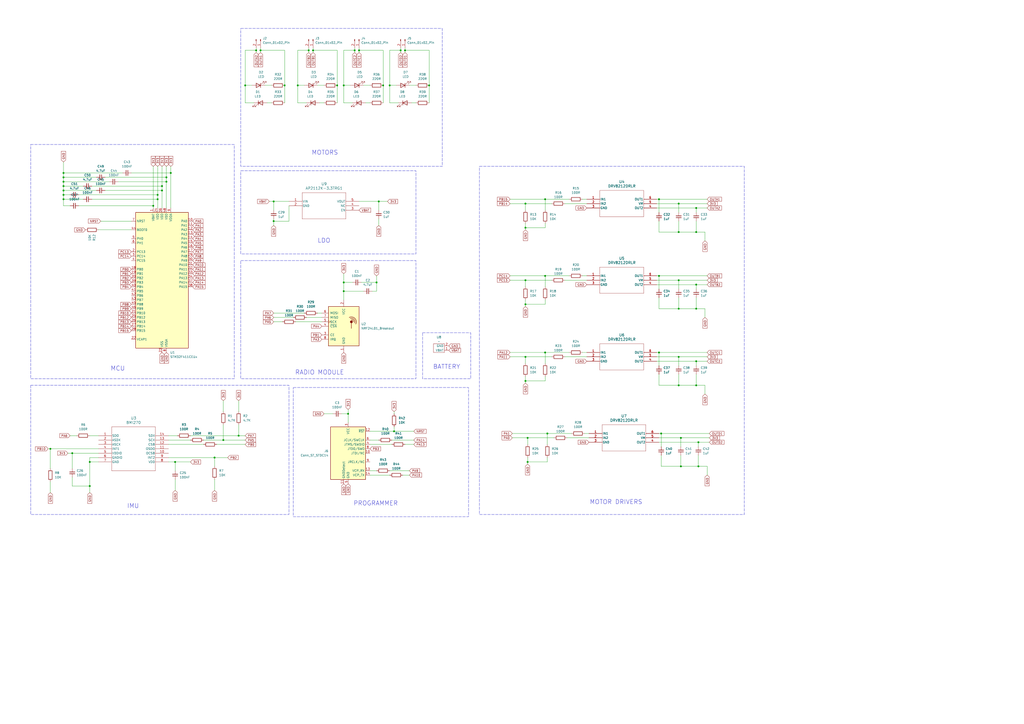
<source format=kicad_sch>
(kicad_sch (version 20231120) (generator "eeschema") (generator_version "8.0")
  (paper "A2")
  (junction (at 36.83 102.87))
  (junction (at 158.75 128.27))
  (junction (at 199.39 163.83))
  (junction (at 222.25 49.53))
  (junction (at 199.39 168.91))
  (junction (at 403.86 179.07))
  (junction (at 403.86 165.1))
  (junction (at 383.54 251.46))
  (junction (at 304.8 118.11))
  (junction (at 101.6 267.97))
  (junction (at 91.44 115.57))
  (junction (at 36.83 105.41))
  (junction (at 316.23 115.57))
  (junction (at 205.74 29.21))
  (junction (at 96.52 105.41))
  (junction (at 393.7 118.11))
  (junction (at 403.86 120.65))
  (junction (at 52.07 267.97))
  (junction (at 52.07 281.94))
  (junction (at 138.43 252.73))
  (junction (at 181.61 29.21))
  (junction (at 306.07 254))
  (junction (at 403.86 223.52))
  (junction (at 91.44 113.03))
  (junction (at 99.06 100.33))
  (junction (at 148.59 29.21))
  (junction (at 232.41 29.21))
  (junction (at 29.21 260.35))
  (junction (at 179.07 29.21))
  (junction (at 151.13 29.21))
  (junction (at 201.93 240.03))
  (junction (at 93.98 110.49))
  (junction (at 316.23 160.02))
  (junction (at 124.46 265.43))
  (junction (at 382.27 115.57))
  (junction (at 172.72 49.53))
  (junction (at 316.23 204.47))
  (junction (at 393.7 179.07))
  (junction (at 36.83 115.57))
  (junction (at 403.86 134.62))
  (junction (at 199.39 49.53))
  (junction (at 403.86 209.55))
  (junction (at 129.54 255.27))
  (junction (at 317.5 251.46))
  (junction (at 165.1 49.53))
  (junction (at 36.83 107.95))
  (junction (at 393.7 134.62))
  (junction (at 158.75 116.84))
  (junction (at 234.95 29.21))
  (junction (at 219.71 116.84))
  (junction (at 382.27 204.47))
  (junction (at 304.8 220.98))
  (junction (at 393.7 207.01))
  (junction (at 306.07 267.97))
  (junction (at 195.58 49.53))
  (junction (at 218.44 163.83))
  (junction (at 405.13 270.51))
  (junction (at 304.8 132.08))
  (junction (at 228.6 250.19))
  (junction (at 405.13 256.54))
  (junction (at 96.52 102.87))
  (junction (at 93.98 107.95))
  (junction (at 304.8 162.56))
  (junction (at 304.8 176.53))
  (junction (at 304.8 207.01))
  (junction (at 88.9 119.38))
  (junction (at 36.83 110.49))
  (junction (at 41.91 262.89))
  (junction (at 394.97 254))
  (junction (at 226.06 49.53))
  (junction (at 394.97 270.51))
  (junction (at 36.83 113.03))
  (junction (at 36.83 100.33))
  (junction (at 208.28 29.21))
  (junction (at 382.27 160.02))
  (junction (at 248.92 49.53))
  (junction (at 393.7 162.56))
  (junction (at 393.7 223.52))
  (junction (at 142.24 49.53))
  (wire (pts (xy 179.07 29.21) (xy 179.07 27.94)))
  (wire (pts (xy 36.83 115.57) (xy 48.26 115.57)))
  (wire (pts (xy 39.37 262.89) (xy 41.91 262.89)))
  (wire (pts (xy 337.82 204.47) (xy 340.36 204.47)))
  (wire (pts (xy 58.42 128.27) (xy 76.2 128.27)))
  (wire (pts (xy 97.79 255.27) (xy 110.49 255.27)))
  (wire (pts (xy 304.8 207.01) (xy 320.04 207.01)))
  (wire (pts (xy 317.5 251.46) (xy 331.47 251.46)))
  (wire (pts (xy 96.52 102.87) (xy 96.52 105.41)))
  (wire (pts (xy 295.91 207.01) (xy 304.8 207.01)))
  (wire (pts (xy 27.94 260.35) (xy 29.21 260.35)))
  (wire (pts (xy 29.21 260.35) (xy 29.21 271.78)))
  (wire (pts (xy 199.39 49.53) (xy 199.39 29.21)))
  (wire (pts (xy 96.52 105.41) (xy 96.52 120.65)))
  (wire (pts (xy 393.7 162.56) (xy 410.21 162.56)))
  (wire (pts (xy 232.41 30.48) (xy 232.41 29.21)))
  (wire (pts (xy 248.92 49.53) (xy 248.92 59.69)))
  (wire (pts (xy 40.64 252.73) (xy 44.45 252.73)))
  (wire (pts (xy 36.83 102.87) (xy 36.83 105.41)))
  (wire (pts (xy 393.7 128.27) (xy 393.7 134.62)))
  (wire (pts (xy 129.54 255.27) (xy 142.24 255.27)))
  (wire (pts (xy 167.64 128.27) (xy 158.75 128.27)))
  (wire (pts (xy 306.07 257.81) (xy 306.07 254)))
  (wire (pts (xy 53.34 107.95) (xy 93.98 107.95)))
  (wire (pts (xy 138.43 246.38) (xy 138.43 252.73)))
  (wire (pts (xy 97.79 267.97) (xy 101.6 267.97)))
  (wire (pts (xy 36.83 100.33) (xy 36.83 102.87)))
  (wire (pts (xy 295.91 115.57) (xy 316.23 115.57)))
  (wire (pts (xy 382.27 115.57) (xy 382.27 123.19)))
  (wire (pts (xy 234.95 257.81) (xy 240.03 257.81)))
  (wire (pts (xy 97.79 252.73) (xy 102.87 252.73)))
  (wire (pts (xy 226.06 273.05) (xy 237.49 273.05)))
  (wire (pts (xy 382.27 128.27) (xy 382.27 134.62)))
  (wire (pts (xy 52.07 252.73) (xy 57.15 252.73)))
  (wire (pts (xy 101.6 278.13) (xy 101.6 284.48)))
  (wire (pts (xy 403.86 120.65) (xy 410.21 120.65)))
  (wire (pts (xy 233.68 275.59) (xy 237.49 275.59)))
  (wire (pts (xy 316.23 115.57) (xy 330.2 115.57)))
  (wire (pts (xy 208.28 116.84) (xy 219.71 116.84)))
  (wire (pts (xy 317.5 251.46) (xy 317.5 257.81)))
  (wire (pts (xy 199.39 168.91) (xy 210.82 168.91)))
  (wire (pts (xy 214.63 250.19) (xy 228.6 250.19)))
  (wire (pts (xy 29.21 279.4) (xy 29.21 285.75)))
  (wire (pts (xy 304.8 121.92) (xy 304.8 118.11)))
  (wire (pts (xy 393.7 118.11) (xy 410.21 118.11)))
  (wire (pts (xy 215.9 168.91) (xy 218.44 168.91)))
  (wire (pts (xy 382.27 217.17) (xy 382.27 223.52)))
  (wire (pts (xy 403.86 209.55) (xy 410.21 209.55)))
  (wire (pts (xy 172.72 49.53) (xy 172.72 59.69)))
  (wire (pts (xy 228.6 247.65) (xy 228.6 250.19)))
  (wire (pts (xy 181.61 30.48) (xy 181.61 29.21)))
  (wire (pts (xy 222.25 49.53) (xy 222.25 59.69)))
  (wire (pts (xy 158.75 116.84) (xy 158.75 121.92)))
  (wire (pts (xy 306.07 265.43) (xy 306.07 267.97)))
  (wire (pts (xy 382.27 160.02) (xy 381 160.02)))
  (wire (pts (xy 208.28 29.21) (xy 208.28 27.94)))
  (wire (pts (xy 209.55 163.83) (xy 218.44 163.83)))
  (wire (pts (xy 146.05 49.53) (xy 142.24 49.53)))
  (wire (pts (xy 304.8 218.44) (xy 304.8 220.98)))
  (wire (pts (xy 408.94 179.07) (xy 408.94 184.15)))
  (wire (pts (xy 165.1 49.53) (xy 165.1 59.69)))
  (wire (pts (xy 179.07 30.48) (xy 179.07 29.21)))
  (wire (pts (xy 410.21 270.51) (xy 410.21 275.59)))
  (wire (pts (xy 219.71 116.84) (xy 219.71 121.92)))
  (wire (pts (xy 316.23 129.54) (xy 316.23 132.08)))
  (wire (pts (xy 36.83 110.49) (xy 36.83 113.03)))
  (wire (pts (xy 393.7 217.17) (xy 393.7 223.52)))
  (wire (pts (xy 57.15 267.97) (xy 52.07 267.97)))
  (wire (pts (xy 337.82 115.57) (xy 340.36 115.57)))
  (wire (pts (xy 142.24 49.53) (xy 142.24 29.21)))
  (wire (pts (xy 327.66 118.11) (xy 340.36 118.11)))
  (wire (pts (xy 181.61 29.21) (xy 195.58 29.21)))
  (wire (pts (xy 410.21 160.02) (xy 382.27 160.02)))
  (wire (pts (xy 201.93 237.49) (xy 201.93 240.03)))
  (wire (pts (xy 124.46 265.43) (xy 124.46 270.51)))
  (wire (pts (xy 304.8 220.98) (xy 304.8 222.25)))
  (wire (pts (xy 53.34 115.57) (xy 91.44 115.57)))
  (wire (pts (xy 45.72 119.38) (xy 88.9 119.38)))
  (wire (pts (xy 393.7 118.11) (xy 393.7 123.19)))
  (wire (pts (xy 142.24 29.21) (xy 148.59 29.21)))
  (wire (pts (xy 219.71 116.84) (xy 224.79 116.84)))
  (wire (pts (xy 177.8 184.15) (xy 186.69 184.15)))
  (wire (pts (xy 304.8 129.54) (xy 304.8 132.08)))
  (wire (pts (xy 41.91 262.89) (xy 41.91 271.78)))
  (wire (pts (xy 60.96 102.87) (xy 96.52 102.87)))
  (wire (pts (xy 36.83 105.41) (xy 36.83 107.95)))
  (wire (pts (xy 36.83 102.87) (xy 55.88 102.87)))
  (wire (pts (xy 129.54 232.41) (xy 129.54 238.76)))
  (wire (pts (xy 306.07 254) (xy 321.31 254)))
  (wire (pts (xy 316.23 173.99) (xy 316.23 176.53)))
  (wire (pts (xy 304.8 173.99) (xy 304.8 176.53)))
  (wire (pts (xy 227.33 255.27) (xy 240.03 255.27)))
  (wire (pts (xy 226.06 49.53) (xy 226.06 59.69)))
  (wire (pts (xy 125.73 257.81) (xy 142.24 257.81)))
  (wire (pts (xy 142.24 49.53) (xy 142.24 59.69)))
  (wire (pts (xy 295.91 160.02) (xy 316.23 160.02)))
  (wire (pts (xy 316.23 132.08) (xy 304.8 132.08)))
  (wire (pts (xy 171.45 186.69) (xy 186.69 186.69)))
  (wire (pts (xy 40.64 119.38) (xy 36.83 119.38)))
  (wire (pts (xy 327.66 162.56) (xy 340.36 162.56)))
  (wire (pts (xy 381 162.56) (xy 393.7 162.56)))
  (wire (pts (xy 205.74 29.21) (xy 205.74 27.94)))
  (wire (pts (xy 199.39 163.83) (xy 204.47 163.83)))
  (wire (pts (xy 91.44 113.03) (xy 91.44 115.57)))
  (wire (pts (xy 96.52 96.52) (xy 96.52 102.87)))
  (wire (pts (xy 88.9 96.52) (xy 88.9 119.38)))
  (wire (pts (xy 316.23 160.02) (xy 316.23 166.37)))
  (wire (pts (xy 405.13 264.16) (xy 405.13 270.51)))
  (wire (pts (xy 297.18 254) (xy 306.07 254)))
  (wire (pts (xy 381 165.1) (xy 403.86 165.1)))
  (wire (pts (xy 138.43 232.41) (xy 138.43 238.76)))
  (wire (pts (xy 57.15 133.35) (xy 76.2 133.35)))
  (wire (pts (xy 91.44 96.52) (xy 91.44 113.03)))
  (wire (pts (xy 148.59 30.48) (xy 148.59 29.21)))
  (wire (pts (xy 99.06 100.33) (xy 99.06 120.65)))
  (wire (pts (xy 226.06 29.21) (xy 232.41 29.21)))
  (wire (pts (xy 295.91 162.56) (xy 304.8 162.56)))
  (wire (pts (xy 101.6 267.97) (xy 101.6 273.05)))
  (wire (pts (xy 403.86 165.1) (xy 410.21 165.1)))
  (wire (pts (xy 393.7 179.07) (xy 403.86 179.07)))
  (wire (pts (xy 403.86 165.1) (xy 403.86 167.64)))
  (wire (pts (xy 403.86 134.62) (xy 408.94 134.62)))
  (wire (pts (xy 222.25 29.21) (xy 222.25 49.53)))
  (wire (pts (xy 124.46 265.43) (xy 97.79 265.43)))
  (wire (pts (xy 52.07 281.94) (xy 52.07 285.75)))
  (wire (pts (xy 88.9 119.38) (xy 88.9 120.65)))
  (wire (pts (xy 232.41 29.21) (xy 232.41 27.94)))
  (wire (pts (xy 185.42 59.69) (xy 187.96 59.69)))
  (wire (pts (xy 238.76 59.69) (xy 241.3 59.69)))
  (wire (pts (xy 316.23 218.44) (xy 316.23 220.98)))
  (wire (pts (xy 165.1 29.21) (xy 165.1 49.53)))
  (wire (pts (xy 226.06 49.53) (xy 226.06 29.21)))
  (wire (pts (xy 176.53 49.53) (xy 172.72 49.53)))
  (wire (pts (xy 382.27 223.52) (xy 393.7 223.52)))
  (wire (pts (xy 382.27 160.02) (xy 382.27 167.64)))
  (wire (pts (xy 158.75 128.27) (xy 158.75 130.81)))
  (wire (pts (xy 393.7 223.52) (xy 403.86 223.52)))
  (wire (pts (xy 68.58 105.41) (xy 96.52 105.41)))
  (wire (pts (xy 394.97 270.51) (xy 405.13 270.51)))
  (wire (pts (xy 60.96 110.49) (xy 93.98 110.49)))
  (wire (pts (xy 383.54 251.46) (xy 383.54 259.08)))
  (wire (pts (xy 93.98 96.52) (xy 93.98 107.95)))
  (wire (pts (xy 184.15 49.53) (xy 187.96 49.53)))
  (wire (pts (xy 382.27 134.62) (xy 393.7 134.62)))
  (wire (pts (xy 393.7 172.72) (xy 393.7 179.07)))
  (wire (pts (xy 382.27 179.07) (xy 393.7 179.07)))
  (wire (pts (xy 234.95 29.21) (xy 234.95 27.94)))
  (wire (pts (xy 36.83 107.95) (xy 48.26 107.95)))
  (wire (pts (xy 208.28 29.21) (xy 222.25 29.21)))
  (wire (pts (xy 36.83 93.98) (xy 36.83 100.33)))
  (wire (pts (xy 408.94 223.52) (xy 408.94 228.6)))
  (wire (pts (xy 248.92 29.21) (xy 248.92 49.53)))
  (wire (pts (xy 151.13 30.48) (xy 151.13 29.21)))
  (wire (pts (xy 36.83 115.57) (xy 36.83 119.38)))
  (wire (pts (xy 97.79 257.81) (xy 118.11 257.81)))
  (wire (pts (xy 36.83 113.03) (xy 36.83 115.57)))
  (wire (pts (xy 158.75 186.69) (xy 163.83 186.69)))
  (wire (pts (xy 403.86 172.72) (xy 403.86 179.07)))
  (wire (pts (xy 304.8 210.82) (xy 304.8 207.01)))
  (wire (pts (xy 198.12 240.03) (xy 201.93 240.03)))
  (wire (pts (xy 228.6 250.19) (xy 240.03 250.19)))
  (wire (pts (xy 214.63 275.59) (xy 226.06 275.59)))
  (wire (pts (xy 205.74 30.48) (xy 205.74 29.21)))
  (wire (pts (xy 327.66 207.01) (xy 340.36 207.01)))
  (wire (pts (xy 208.28 30.48) (xy 208.28 29.21)))
  (wire (pts (xy 403.86 120.65) (xy 403.86 123.19)))
  (wire (pts (xy 382.27 172.72) (xy 382.27 179.07)))
  (wire (pts (xy 394.97 254) (xy 411.48 254)))
  (wire (pts (xy 304.8 166.37) (xy 304.8 162.56)))
  (wire (pts (xy 382.27 204.47) (xy 382.27 212.09)))
  (wire (pts (xy 218.44 163.83) (xy 218.44 160.02)))
  (wire (pts (xy 403.86 223.52) (xy 408.94 223.52)))
  (wire (pts (xy 199.39 29.21) (xy 205.74 29.21)))
  (wire (pts (xy 226.06 59.69) (xy 231.14 59.69)))
  (wire (pts (xy 41.91 276.86) (xy 41.91 281.94)))
  (wire (pts (xy 199.39 49.53) (xy 199.39 59.69)))
  (wire (pts (xy 36.83 100.33) (xy 71.12 100.33)))
  (wire (pts (xy 408.94 134.62) (xy 408.94 139.7)))
  (wire (pts (xy 316.23 204.47) (xy 330.2 204.47)))
  (wire (pts (xy 405.13 270.51) (xy 410.21 270.51)))
  (wire (pts (xy 214.63 257.81) (xy 227.33 257.81)))
  (wire (pts (xy 383.54 251.46) (xy 382.27 251.46)))
  (wire (pts (xy 304.8 176.53) (xy 304.8 177.8)))
  (wire (pts (xy 382.27 256.54) (xy 405.13 256.54)))
  (wire (pts (xy 393.7 207.01) (xy 393.7 212.09)))
  (wire (pts (xy 138.43 252.73) (xy 142.24 252.73)))
  (wire (pts (xy 304.8 162.56) (xy 320.04 162.56)))
  (wire (pts (xy 36.83 110.49) (xy 55.88 110.49)))
  (wire (pts (xy 229.87 49.53) (xy 226.06 49.53)))
  (wire (pts (xy 41.91 262.89) (xy 57.15 262.89)))
  (wire (pts (xy 36.83 107.95) (xy 36.83 110.49)))
  (wire (pts (xy 172.72 49.53) (xy 172.72 29.21)))
  (wire (pts (xy 393.7 207.01) (xy 410.21 207.01)))
  (wire (pts (xy 214.63 273.05) (xy 218.44 273.05)))
  (wire (pts (xy 382.27 254) (xy 394.97 254)))
  (wire (pts (xy 316.23 204.47) (xy 316.23 210.82)))
  (wire (pts (xy 393.7 134.62) (xy 403.86 134.62)))
  (wire (pts (xy 201.93 240.03) (xy 201.93 245.11)))
  (wire (pts (xy 52.07 265.43) (xy 52.07 267.97)))
  (wire (pts (xy 381 207.01) (xy 393.7 207.01)))
  (wire (pts (xy 403.86 179.07) (xy 408.94 179.07)))
  (wire (pts (xy 148.59 29.21) (xy 148.59 27.94)))
  (wire (pts (xy 181.61 29.21) (xy 181.61 27.94)))
  (wire (pts (xy 76.2 100.33) (xy 99.06 100.33)))
  (wire (pts (xy 118.11 255.27) (xy 129.54 255.27)))
  (wire (pts (xy 382.27 204.47) (xy 381 204.47)))
  (wire (pts (xy 151.13 29.21) (xy 151.13 27.94)))
  (wire (pts (xy 403.86 128.27) (xy 403.86 134.62)))
  (wire (pts (xy 153.67 49.53) (xy 157.48 49.53)))
  (wire (pts (xy 383.54 270.51) (xy 394.97 270.51)))
  (wire (pts (xy 57.15 265.43) (xy 52.07 265.43)))
  (wire (pts (xy 212.09 59.69) (xy 214.63 59.69)))
  (wire (pts (xy 218.44 168.91) (xy 218.44 163.83)))
  (wire (pts (xy 237.49 49.53) (xy 241.3 49.53)))
  (wire (pts (xy 110.49 252.73) (xy 138.43 252.73)))
  (wire (pts (xy 52.07 267.97) (xy 52.07 281.94)))
  (wire (pts (xy 36.83 113.03) (xy 40.64 113.03)))
  (wire (pts (xy 199.39 168.91) (xy 199.39 173.99)))
  (wire (pts (xy 403.86 209.55) (xy 403.86 212.09)))
  (wire (pts (xy 41.91 281.94) (xy 52.07 281.94)))
  (wire (pts (xy 317.5 267.97) (xy 306.07 267.97)))
  (wire (pts (xy 158.75 181.61) (xy 176.53 181.61)))
  (wire (pts (xy 199.39 158.75) (xy 199.39 163.83)))
  (wire (pts (xy 195.58 29.21) (xy 195.58 49.53)))
  (wire (pts (xy 129.54 246.38) (xy 129.54 255.27)))
  (wire (pts (xy 210.82 49.53) (xy 214.63 49.53)))
  (wire (pts (xy 99.06 96.52) (xy 99.06 100.33)))
  (wire (pts (xy 306.07 267.97) (xy 306.07 269.24)))
  (wire (pts (xy 382.27 115.57) (xy 381 115.57)))
  (wire (pts (xy 410.21 204.47) (xy 382.27 204.47)))
  (wire (pts (xy 156.21 116.84) (xy 158.75 116.84)))
  (wire (pts (xy 158.75 184.15) (xy 170.18 184.15)))
  (wire (pts (xy 184.15 181.61) (xy 186.69 181.61)))
  (wire (pts (xy 158.75 127) (xy 158.75 128.27)))
  (wire (pts (xy 187.96 240.03) (xy 193.04 240.03)))
  (wire (pts (xy 295.91 118.11) (xy 304.8 118.11)))
  (wire (pts (xy 234.95 30.48) (xy 234.95 29.21)))
  (wire (pts (xy 203.2 49.53) (xy 199.39 49.53)))
  (wire (pts (xy 304.8 132.08) (xy 304.8 133.35)))
  (wire (pts (xy 219.71 127) (xy 219.71 130.81)))
  (wire (pts (xy 316.23 176.53) (xy 304.8 176.53)))
  (wire (pts (xy 316.23 115.57) (xy 316.23 121.92)))
  (wire (pts (xy 316.23 160.02) (xy 330.2 160.02)))
  (wire (pts (xy 381 120.65) (xy 403.86 120.65)))
  (wire (pts (xy 394.97 264.16) (xy 394.97 270.51)))
  (wire (pts (xy 297.18 251.46) (xy 317.5 251.46)))
  (wire (pts (xy 101.6 267.97) (xy 110.49 267.97)))
  (wire (pts (xy 199.39 59.69) (xy 204.47 59.69)))
  (wire (pts (xy 317.5 265.43) (xy 317.5 267.97)))
  (wire (pts (xy 36.83 105.41) (xy 63.5 105.41)))
  (wire (pts (xy 295.91 204.47) (xy 316.23 204.47)))
  (wire (pts (xy 195.58 49.53) (xy 195.58 59.69)))
  (wire (pts (xy 381 209.55) (xy 403.86 209.55)))
  (wire (pts (xy 158.75 116.84) (xy 167.64 116.84)))
  (wire (pts (xy 154.94 59.69) (xy 157.48 59.69)))
  (wire (pts (xy 328.93 254) (xy 341.63 254)))
  (wire (pts (xy 383.54 264.16) (xy 383.54 270.51)))
  (wire (pts (xy 403.86 217.17) (xy 403.86 223.52)))
  (wire (pts (xy 234.95 29.21) (xy 248.92 29.21)))
  (wire (pts (xy 393.7 162.56) (xy 393.7 167.64)))
  (wire (pts (xy 29.21 260.35) (xy 57.15 260.35)))
  (wire (pts (xy 214.63 255.27) (xy 219.71 255.27)))
  (wire (pts (xy 337.82 160.02) (xy 340.36 160.02)))
  (wire (pts (xy 381 118.11) (xy 393.7 118.11)))
  (wire (pts (xy 228.6 238.76) (xy 228.6 240.03)))
  (wire (pts (xy 304.8 118.11) (xy 320.04 118.11)))
  (wire (pts (xy 405.13 256.54) (xy 405.13 259.08)))
  (wire (pts (xy 151.13 29.21) (xy 165.1 29.21)))
  (wire (pts (xy 199.39 163.83) (xy 199.39 168.91)))
  (wire (pts (xy 172.72 29.21) (xy 179.07 29.21)))
  (wire (pts (xy 172.72 59.69) (xy 177.8 59.69)))
  (wire (pts (xy 93.98 110.49) (xy 93.98 120.65)))
  (wire (pts (xy 142.24 59.69) (xy 147.32 59.69)))
  (wire (pts (xy 316.23 220.98) (xy 304.8 220.98)))
  (wire (pts (xy 91.44 115.57) (xy 91.44 120.65)))
  (wire (pts (xy 411.48 251.46) (xy 383.54 251.46)))
  (wire (pts (xy 410.21 115.57) (xy 382.27 115.57)))
  (wire (pts (xy 124.46 278.13) (xy 124.46 284.48)))
  (wire (pts (xy 394.97 254) (xy 394.97 259.08)))
  (wire (pts (xy 339.09 251.46) (xy 341.63 251.46)))
  (wire (pts (xy 405.13 256.54) (xy 411.48 256.54)))
  (wire (pts (xy 132.08 265.43) (xy 124.46 265.43)))
  (wire (pts (xy 45.72 113.03) (xy 91.44 113.03)))
  (wire (pts (xy 167.64 119.38) (xy 167.64 128.27)))
  (wire (pts (xy 93.98 107.95) (xy 93.98 110.49)))
  (rectangle (start 278.13 96.52) (end 431.8 298.45) (stroke (width 0) (type dash)))
  (rectangle (start 17.78 223.52) (end 167.64 298.45) (stroke (width 0) (type dash)))
  (rectangle (start 139.7 16.51) (end 256.54 96.52) (stroke (width 0) (type dash)))
  (rectangle (start 245.11 193.04) (end 273.05 219.71) (stroke (width 0) (type dash)))
  (rectangle (start 139.7 99.06) (end 241.3 147.32) (stroke (width 0) (type dash)))
  (rectangle (start 170.18 224.79) (end 271.78 299.72) (stroke (width 0) (type dash)))
  (rectangle (start 17.78 83.82) (end 135.89 219.71) (stroke (width 0) (type dash)))
  (rectangle (start 139.7 151.13) (end 241.3 219.71) (stroke (width 0) (type dash)))
  (text "MOTORS" (at 188.468 88.646 0) (effects (font (size 2.54 2.54))))
  (text "IMU" (at 77.216 293.624 0) (effects (font (size 2.54 2.54))))
  (text "MOTOR DRIVERS" (at 357.378 291.338 0) (effects (font (size 2.54 2.54))))
  (text "LDO" (at 187.96 139.7 0) (effects (font (size 2.54 2.54))))
  (text "RADIO MODULE" (at 185.42 216.154 0) (effects (font (size 2.54 2.54))))
  (text "MCU" (at 68.326 213.868 0) (effects (font (size 2.54 2.54))))
  (text "BATTERY" (at 259.08 212.852 0) (effects (font (size 2.54 2.54))))
  (text "PROGRAMMER" (at 217.932 292.1 0) (effects (font (size 2.54 2.54))))
  (global_label "GND" (shape input) (at 340.36 209.55 180) (property "Intersheetrefs" "${INTERSHEET_REFS}" (effects (hide yes))))
  (global_label "GND" (shape input) (at 304.8 222.25 270) (property "Intersheetrefs" "${INTERSHEET_REFS}" (effects (hide yes))))
  (global_label "PA15" (shape input) (at 111.76 166.37 0) (property "Intersheetrefs" "${INTERSHEET_REFS}" (effects (hide yes))))
  (global_label "PB2" (shape input) (at 132.08 265.43 0) (property "Intersheetrefs" "${INTERSHEET_REFS}" (effects (hide yes))))
  (global_label "3V3" (shape input) (at 93.98 96.52 90) (property "Intersheetrefs" "${INTERSHEET_REFS}" (effects (hide yes))))
  (global_label "PA6" (shape input) (at 111.76 143.51 0) (property "Intersheetrefs" "${INTERSHEET_REFS}" (effects (hide yes))))
  (global_label "PB14" (shape input) (at 76.2 189.23 180) (property "Intersheetrefs" "${INTERSHEET_REFS}" (effects (hide yes))))
  (global_label "3V3" (shape input) (at 410.21 118.11 0) (property "Intersheetrefs" "${INTERSHEET_REFS}" (effects (hide yes))))
  (global_label "OUTC2" (shape input) (at 410.21 209.55 0) (property "Intersheetrefs" "${INTERSHEET_REFS}" (effects (hide yes))))
  (global_label "OUTC1" (shape input) (at 208.28 30.48 270) (property "Intersheetrefs" "${INTERSHEET_REFS}" (effects (hide yes))))
  (global_label "PA8" (shape input) (at 111.76 148.59 0) (property "Intersheetrefs" "${INTERSHEET_REFS}" (effects (hide yes))))
  (global_label "NRST" (shape input) (at 58.42 128.27 180) (property "Intersheetrefs" "${INTERSHEET_REFS}" (effects (hide yes))))
  (global_label "OUTD1" (shape input) (at 234.95 30.48 270) (property "Intersheetrefs" "${INTERSHEET_REFS}" (effects (hide yes))))
  (global_label "PA11" (shape input) (at 111.76 156.21 0) (property "Intersheetrefs" "${INTERSHEET_REFS}" (effects (hide yes))))
  (global_label "GND" (shape input) (at 49.53 133.35 180) (property "Intersheetrefs" "${INTERSHEET_REFS}" (effects (hide yes))))
  (global_label "OUTB1" (shape input) (at 410.21 160.02 0) (property "Intersheetrefs" "${INTERSHEET_REFS}" (effects (hide yes))))
  (global_label "PB4" (shape input) (at 76.2 166.37 180) (property "Intersheetrefs" "${INTERSHEET_REFS}" (effects (hide yes))))
  (global_label "OUTA2" (shape input) (at 410.21 120.65 0) (property "Intersheetrefs" "${INTERSHEET_REFS}" (effects (hide yes))))
  (global_label "GND" (shape input) (at 199.39 280.67 270) (property "Intersheetrefs" "${INTERSHEET_REFS}" (effects (hide yes))))
  (global_label "GND" (shape input) (at 408.94 184.15 270) (property "Intersheetrefs" "${INTERSHEET_REFS}" (effects (hide yes))))
  (global_label "3V3" (shape input) (at 138.43 232.41 90) (property "Intersheetrefs" "${INTERSHEET_REFS}" (effects (hide yes))))
  (global_label "GND" (shape input) (at 158.75 130.81 270) (property "Intersheetrefs" "${INTERSHEET_REFS}" (effects (hide yes))))
  (global_label "OUTA1" (shape input) (at 151.13 30.48 270) (property "Intersheetrefs" "${INTERSHEET_REFS}" (effects (hide yes))))
  (global_label "PA7" (shape input) (at 111.76 146.05 0) (property "Intersheetrefs" "${INTERSHEET_REFS}" (effects (hide yes))))
  (global_label "PA9" (shape input) (at 237.49 273.05 0) (property "Intersheetrefs" "${INTERSHEET_REFS}" (effects (hide yes))))
  (global_label "OUTB2" (shape input) (at 410.21 165.1 0) (property "Intersheetrefs" "${INTERSHEET_REFS}" (effects (hide yes))))
  (global_label "PA11" (shape input) (at 295.91 207.01 180) (property "Intersheetrefs" "${INTERSHEET_REFS}" (effects (hide yes))))
  (global_label "PB15" (shape input) (at 295.91 115.57 180) (property "Intersheetrefs" "${INTERSHEET_REFS}" (effects (hide yes))))
  (global_label "PB0" (shape input) (at 76.2 156.21 180) (property "Intersheetrefs" "${INTERSHEET_REFS}" (effects (hide yes))))
  (global_label "PB2" (shape input) (at 76.2 161.29 180) (property "Intersheetrefs" "${INTERSHEET_REFS}" (effects (hide yes))))
  (global_label "PA13" (shape input) (at 111.76 161.29 0) (property "Intersheetrefs" "${INTERSHEET_REFS}" (effects (hide yes))))
  (global_label "PA2" (shape input) (at 111.76 133.35 0) (property "Intersheetrefs" "${INTERSHEET_REFS}" (effects (hide yes))))
  (global_label "PA14" (shape input) (at 111.76 163.83 0) (property "Intersheetrefs" "${INTERSHEET_REFS}" (effects (hide yes))))
  (global_label "3V3" (shape input) (at 410.21 162.56 0) (property "Intersheetrefs" "${INTERSHEET_REFS}" (effects (hide yes))))
  (global_label "GND" (shape input) (at 260.35 200.66 0) (property "Intersheetrefs" "${INTERSHEET_REFS}" (effects (hide yes))))
  (global_label "OUTD2" (shape input) (at 411.48 256.54 0) (property "Intersheetrefs" "${INTERSHEET_REFS}" (effects (hide yes))))
  (global_label "VBAT" (shape input) (at 208.28 121.92 0) (property "Intersheetrefs" "${INTERSHEET_REFS}" (effects (hide yes))))
  (global_label "VBAT" (shape input) (at 260.35 203.2 0) (property "Intersheetrefs" "${INTERSHEET_REFS}" (effects (hide yes))))
  (global_label "PC13" (shape input) (at 295.91 162.56 180) (property "Intersheetrefs" "${INTERSHEET_REFS}" (effects (hide yes))))
  (global_label "PC14" (shape input) (at 295.91 160.02 180) (property "Intersheetrefs" "${INTERSHEET_REFS}" (effects (hide yes))))
  (global_label "GND" (shape input) (at 341.63 256.54 180) (property "Intersheetrefs" "${INTERSHEET_REFS}" (effects (hide yes))))
  (global_label "VBAT" (shape input) (at 156.21 116.84 180) (property "Intersheetrefs" "${INTERSHEET_REFS}" (effects (hide yes))))
  (global_label "PA0" (shape input) (at 297.18 254 180) (property "Intersheetrefs" "${INTERSHEET_REFS}" (effects (hide yes))))
  (global_label "GND" (shape input) (at 410.21 275.59 270) (property "Intersheetrefs" "${INTERSHEET_REFS}" (effects (hide yes))))
  (global_label "3V3" (shape input) (at 99.06 96.52 90) (property "Intersheetrefs" "${INTERSHEET_REFS}" (effects (hide yes))))
  (global_label "PA6" (shape input) (at 40.64 252.73 180) (property "Intersheetrefs" "${INTERSHEET_REFS}" (effects (hide yes))))
  (global_label "GND" (shape input) (at 52.07 285.75 270) (property "Intersheetrefs" "${INTERSHEET_REFS}" (effects (hide yes))))
  (global_label "PA10" (shape input) (at 111.76 153.67 0) (property "Intersheetrefs" "${INTERSHEET_REFS}" (effects (hide yes))))
  (global_label "GND" (shape input) (at 96.52 204.47 270) (property "Intersheetrefs" "${INTERSHEET_REFS}" (effects (hide yes))))
  (global_label "NRST" (shape input) (at 240.03 250.19 0) (property "Intersheetrefs" "${INTERSHEET_REFS}" (effects (hide yes))))
  (global_label "OUTD1" (shape input) (at 411.48 251.46 0) (property "Intersheetrefs" "${INTERSHEET_REFS}" (effects (hide yes))))
  (global_label "OUTA1" (shape input) (at 410.21 115.57 0) (property "Intersheetrefs" "${INTERSHEET_REFS}" (effects (hide yes))))
  (global_label "OUTB2" (shape input) (at 179.07 30.48 270) (property "Intersheetrefs" "${INTERSHEET_REFS}" (effects (hide yes))))
  (global_label "PA5" (shape input) (at 158.75 186.69 180) (property "Intersheetrefs" "${INTERSHEET_REFS}" (effects (hide yes))))
  (global_label "PA0" (shape input) (at 111.76 128.27 0) (property "Intersheetrefs" "${INTERSHEET_REFS}" (effects (hide yes))))
  (global_label "PA4" (shape input) (at 186.69 189.23 180) (property "Intersheetrefs" "${INTERSHEET_REFS}" (effects (hide yes))))
  (global_label "3V3" (shape input) (at 39.37 262.89 180) (property "Intersheetrefs" "${INTERSHEET_REFS}" (effects (hide yes))))
  (global_label "PB3" (shape input) (at 214.63 260.35 0) (property "Intersheetrefs" "${INTERSHEET_REFS}" (effects (hide yes))))
  (global_label "PC13" (shape input) (at 76.2 146.05 180) (property "Intersheetrefs" "${INTERSHEET_REFS}" (effects (hide yes))))
  (global_label "PB1" (shape input) (at 186.69 194.31 180) (property "Intersheetrefs" "${INTERSHEET_REFS}" (effects (hide yes))))
  (global_label "PA13" (shape input) (at 240.03 257.81 0) (property "Intersheetrefs" "${INTERSHEET_REFS}" (effects (hide yes))))
  (global_label "3V3" (shape input) (at 91.44 96.52 90) (property "Intersheetrefs" "${INTERSHEET_REFS}" (effects (hide yes))))
  (global_label "PB15" (shape input) (at 76.2 191.77 180) (property "Intersheetrefs" "${INTERSHEET_REFS}" (effects (hide yes))))
  (global_label "PB9" (shape input) (at 76.2 179.07 180) (property "Intersheetrefs" "${INTERSHEET_REFS}" (effects (hide yes))))
  (global_label "OUTA2" (shape input) (at 148.59 30.48 270) (property "Intersheetrefs" "${INTERSHEET_REFS}" (effects (hide yes))))
  (global_label "PA9" (shape input) (at 111.76 151.13 0) (property "Intersheetrefs" "${INTERSHEET_REFS}" (effects (hide yes))))
  (global_label "GND" (shape input) (at 408.94 139.7 270) (property "Intersheetrefs" "${INTERSHEET_REFS}" (effects (hide yes))))
  (global_label "PA7" (shape input) (at 158.75 181.61 180) (property "Intersheetrefs" "${INTERSHEET_REFS}" (effects (hide yes))))
  (global_label "GND" (shape input) (at 306.07 269.24 270) (property "Intersheetrefs" "${INTERSHEET_REFS}" (effects (hide yes))))
  (global_label "3V3" (shape input) (at 129.54 232.41 90) (property "Intersheetrefs" "${INTERSHEET_REFS}" (effects (hide yes))))
  (global_label "PA10" (shape input) (at 237.49 275.59 0) (property "Intersheetrefs" "${INTERSHEET_REFS}" (effects (hide yes))))
  (global_label "3V3" (shape input) (at 410.21 207.01 0) (property "Intersheetrefs" "${INTERSHEET_REFS}" (effects (hide yes))))
  (global_label "3V3" (shape input) (at 88.9 96.52 90) (property "Intersheetrefs" "${INTERSHEET_REFS}" (effects (hide yes))))
  (global_label "PA3" (shape input) (at 111.76 135.89 0) (property "Intersheetrefs" "${INTERSHEET_REFS}" (effects (hide yes))))
  (global_label "GND" (shape input) (at 36.83 93.98 90) (property "Intersheetrefs" "${INTERSHEET_REFS}" (effects (hide yes))))
  (global_label "PA12" (shape input) (at 111.76 158.75 0) (property "Intersheetrefs" "${INTERSHEET_REFS}" (effects (hide yes))))
  (global_label "PB10" (shape input) (at 76.2 181.61 180) (property "Intersheetrefs" "${INTERSHEET_REFS}" (effects (hide yes))))
  (global_label "PA3" (shape input) (at 186.69 196.85 180) (property "Intersheetrefs" "${INTERSHEET_REFS}" (effects (hide yes))))
  (global_label "GND" (shape input) (at 29.21 285.75 270) (property "Intersheetrefs" "${INTERSHEET_REFS}" (effects (hide yes))))
  (global_label "PA6" (shape input) (at 158.75 184.15 180) (property "Intersheetrefs" "${INTERSHEET_REFS}" (effects (hide yes))))
  (global_label "GND" (shape input) (at 93.98 204.47 270) (property "Intersheetrefs" "${INTERSHEET_REFS}" (effects (hide yes))))
  (global_label "OUTC2" (shape input) (at 205.74 30.48 270) (property "Intersheetrefs" "${INTERSHEET_REFS}" (effects (hide yes))))
  (global_label "PB3" (shape input) (at 76.2 163.83 180) (property "Intersheetrefs" "${INTERSHEET_REFS}" (effects (hide yes))))
  (global_label "PB1" (shape input) (at 76.2 158.75 180) (property "Intersheetrefs" "${INTERSHEET_REFS}" (effects (hide yes))))
  (global_label "PA1" (shape input) (at 297.18 251.46 180) (property "Intersheetrefs" "${INTERSHEET_REFS}" (effects (hide yes))))
  (global_label "PA14" (shape input) (at 240.03 255.27 0) (property "Intersheetrefs" "${INTERSHEET_REFS}" (effects (hide yes))))
  (global_label "PB14" (shape input) (at 295.91 118.11 180) (property "Intersheetrefs" "${INTERSHEET_REFS}" (effects (hide yes))))
  (global_label "GND" (shape input) (at 219.71 130.81 270) (property "Intersheetrefs" "${INTERSHEET_REFS}" (effects (hide yes))))
  (global_label "PA12" (shape input) (at 295.91 204.47 180) (property "Intersheetrefs" "${INTERSHEET_REFS}" (effects (hide yes))))
  (global_label "GND" (shape input) (at 340.36 165.1 180) (property "Intersheetrefs" "${INTERSHEET_REFS}" (effects (hide yes))))
  (global_label "3V3" (shape input) (at 201.93 237.49 90) (property "Intersheetrefs" "${INTERSHEET_REFS}" (effects (hide yes))))
  (global_label "PA7" (shape input) (at 142.24 252.73 0) (property "Intersheetrefs" "${INTERSHEET_REFS}" (effects (hide yes))))
  (global_label "OUTB1" (shape input) (at 181.61 30.48 270) (property "Intersheetrefs" "${INTERSHEET_REFS}" (effects (hide yes))))
  (global_label "GND" (shape input) (at 304.8 177.8 270) (property "Intersheetrefs" "${INTERSHEET_REFS}" (effects (hide yes))))
  (global_label "PA4" (shape input) (at 111.76 138.43 0) (property "Intersheetrefs" "${INTERSHEET_REFS}" (effects (hide yes))))
  (global_label "3V3" (shape input) (at 96.52 96.52 90) (property "Intersheetrefs" "${INTERSHEET_REFS}" (effects (hide yes))))
  (global_label "PA1" (shape input) (at 111.76 130.81 0) (property "Intersheetrefs" "${INTERSHEET_REFS}" (effects (hide yes))))
  (global_label "OUTC1" (shape input) (at 410.21 204.47 0) (property "Intersheetrefs" "${INTERSHEET_REFS}" (effects (hide yes))))
  (global_label "3V3" (shape input) (at 228.6 238.76 90) (property "Intersheetrefs" "${INTERSHEET_REFS}" (effects (hide yes))))
  (global_label "3V3" (shape input) (at 199.39 158.75 90) (property "Intersheetrefs" "${INTERSHEET_REFS}" (effects (hide yes))))
  (global_label "PC14" (shape input) (at 76.2 148.59 180) (property "Intersheetrefs" "${INTERSHEET_REFS}" (effects (hide yes))))
  (global_label "GND" (shape input) (at 124.46 284.48 270) (property "Intersheetrefs" "${INTERSHEET_REFS}" (effects (hide yes))))
  (global_label "GND" (shape input) (at 340.36 120.65 180) (property "Intersheetrefs" "${INTERSHEET_REFS}" (effects (hide yes))))
  (global_label "PB10" (shape input) (at 27.94 260.35 180) (property "Intersheetrefs" "${INTERSHEET_REFS}" (effects (hide yes))))
  (global_label "OUTD2" (shape input) (at 232.41 30.48 270) (property "Intersheetrefs" "${INTERSHEET_REFS}" (effects (hide yes))))
  (global_label "GND" (shape input) (at 201.93 280.67 270) (property "Intersheetrefs" "${INTERSHEET_REFS}" (effects (hide yes))))
  (global_label "PA5" (shape input) (at 142.24 255.27 0) (property "Intersheetrefs" "${INTERSHEET_REFS}" (effects (hide yes))))
  (global_label "3V3" (shape input) (at 224.79 116.84 0) (property "Intersheetrefs" "${INTERSHEET_REFS}" (effects (hide yes))))
  (global_label "PA5" (shape input) (at 111.76 140.97 0) (property "Intersheetrefs" "${INTERSHEET_REFS}" (effects (hide yes))))
  (global_label "GND" (shape input) (at 218.44 160.02 90) (property "Intersheetrefs" "${INTERSHEET_REFS}" (effects (hide yes))))
  (global_label "PB0" (shape input) (at 142.24 257.81 0) (property "Intersheetrefs" "${INTERSHEET_REFS}" (effects (hide yes))))
  (global_label "GND" (shape input) (at 101.6 284.48 270) (property "Intersheetrefs" "${INTERSHEET_REFS}" (effects (hide yes))))
  (global_label "GND" (shape input) (at 187.96 240.03 180) (property "Intersheetrefs" "${INTERSHEET_REFS}" (effects (hide yes))))
  (global_label "PB12" (shape input) (at 76.2 184.15 180) (property "Intersheetrefs" "${INTERSHEET_REFS}" (effects (hide yes))))
  (global_label "PB13" (shape input) (at 76.2 186.69 180) (property "Intersheetrefs" "${INTERSHEET_REFS}" (effects (hide yes))))
  (global_label "3V3" (shape input) (at 411.48 254 0) (property "Intersheetrefs" "${INTERSHEET_REFS}" (effects (hide yes))))
  (global_label "3V3" (shape input) (at 110.49 267.97 0) (property "Intersheetrefs" "${INTERSHEET_REFS}" (effects (hide yes))))
  (global_label "PB8" (shape input) (at 76.2 176.53 180) (property "Intersheetrefs" "${INTERSHEET_REFS}" (effects (hide yes))))
  (global_label "GND" (shape input) (at 199.39 204.47 270) (property "Intersheetrefs" "${INTERSHEET_REFS}" (effects (hide yes))))
  (global_label "GND" (shape input) (at 304.8 133.35 270) (property "Intersheetrefs" "${INTERSHEET_REFS}" (effects (hide yes))))
  (global_label "GND" (shape input) (at 408.94 228.6 270) (property "Intersheetrefs" "${INTERSHEET_REFS}" (effects (hide yes))))
  (symbol (lib_id "Device:C_Small") (at 195.58 240.03 90) (unit 1)
    (property "Reference" "C3" (at 195.5863 233.68 90))
    (property "Value" "100nF" (at 195.5863 236.22 90))
    (property "Footprint" "Capacitor_SMD:C_0603_1608Metric" (effects (hide yes)))
    (property "Description" "Unpolarized capacitor, small symbol" (effects (hide yes)))
  )
  (symbol (lib_id "Device:C_Small") (at 403.86 125.73 180) (unit 1)
    (property "Reference" "C33" (at 406.4 124.4535 0) (effects (justify right)))
    (property "Value" "1uF" (at 406.4 126.9935 0) (effects (justify right)))
    (property "Footprint" "Capacitor_SMD:C_0603_1608Metric" (effects (hide yes)))
    (property "Description" "Unpolarized capacitor, small symbol" (effects (hide yes)))
  )
  (symbol (lib_id "Device:R") (at 228.6 243.84 0) (unit 1)
    (property "Reference" "R42" (at 231.14 242.5699 0) (effects (justify left)))
    (property "Value" "10K" (at 231.14 245.1099 0) (effects (justify left)))
    (property "Footprint" "Resistor_SMD:R_0603_1608Metric_Pad0.98x0.95mm_HandSolder" (effects (hide yes)))
    (property "Description" "Resistor" (effects (hide yes)))
  )
  (symbol (lib_id "Device:R") (at 231.14 257.81 90) (unit 1)
    (property "Reference" "R41" (at 231.14 251.46 90))
    (property "Value" "100R" (at 231.14 254 90))
    (property "Footprint" "Resistor_SMD:R_0603_1608Metric" (effects (hide yes)))
    (property "Description" "Resistor" (effects (hide yes)))
  )
  (symbol (lib_id "Device:C_Small") (at 382.27 170.18 180) (unit 1)
    (property "Reference" "C34" (at 384.81 168.9035 0) (effects (justify right)))
    (property "Value" "1uF" (at 384.81 171.4435 0) (effects (justify right)))
    (property "Footprint" "Capacitor_SMD:C_0603_1608Metric" (effects (hide yes)))
    (property "Description" "Unpolarized capacitor, small symbol" (effects (hide yes)))
  )
  (symbol (lib_id "Device:C_Small") (at 50.8 107.95 270) (unit 1)
    (property "Reference" "C50" (at 50.7936 101.6 90))
    (property "Value" "4.7uF" (at 50.7936 104.14 90))
    (property "Footprint" "Capacitor_SMD:C_0603_1608Metric" (effects (hide yes)))
    (property "Description" "Unpolarized capacitor, small symbol" (effects (hide yes)))
  )
  (symbol (lib_id "Device:R") (at 222.25 273.05 90) (unit 1)
    (property "Reference" "R43" (at 222.25 266.7 90))
    (property "Value" "100R" (at 222.25 269.24 90))
    (property "Footprint" "Resistor_SMD:R_0603_1608Metric" (effects (hide yes)))
    (property "Description" "Resistor" (effects (hide yes)))
  )
  (symbol (lib_id "Device:R") (at 229.87 275.59 90) (unit 1)
    (property "Reference" "R44" (at 229.87 269.24 90))
    (property "Value" "100R" (at 229.87 271.78 90))
    (property "Footprint" "Resistor_SMD:R_0603_1608Metric" (effects (hide yes)))
    (property "Description" "Resistor" (effects (hide yes)))
  )
  (symbol (lib_id "Device:C_Small") (at 393.7 170.18 180) (unit 1)
    (property "Reference" "C35" (at 396.24 168.9035 0) (effects (justify right)))
    (property "Value" "1uF" (at 396.24 171.4435 0) (effects (justify right)))
    (property "Footprint" "Capacitor_SMD:C_0603_1608Metric" (effects (hide yes)))
    (property "Description" "Unpolarized capacitor, small symbol" (effects (hide yes)))
  )
  (symbol (lib_id "Device:R") (at 334.01 115.57 90) (unit 1)
    (property "Reference" "R15" (at 334.01 109.22 90))
    (property "Value" "100R" (at 334.01 111.76 90))
    (property "Footprint" "Resistor_SMD:R_0603_1608Metric_Pad0.98x0.95mm_HandSolder" (effects (hide yes)))
    (property "Description" "Resistor" (effects (hide yes)))
  )
  (symbol (lib_id "Device:C_Small") (at 66.04 105.41 270) (unit 1)
    (property "Reference" "C44" (at 66.0336 99.06 90))
    (property "Value" "100nF" (at 66.0336 101.6 90))
    (property "Footprint" "Capacitor_SMD:C_0603_1608Metric" (effects (hide yes)))
    (property "Description" "Unpolarized capacitor, small symbol" (effects (hide yes)))
  )
  (symbol (lib_id "Device:R") (at 334.01 204.47 90) (unit 1)
    (property "Reference" "R24" (at 334.01 198.12 90))
    (property "Value" "100R" (at 334.01 200.66 90))
    (property "Footprint" "Resistor_SMD:R_0603_1608Metric_Pad0.98x0.95mm_HandSolder" (effects (hide yes)))
    (property "Description" "Resistor" (effects (hide yes)))
  )
  (symbol (lib_id "Device:R") (at 306.07 261.62 0) (unit 1)
    (property "Reference" "R25" (at 308.61 260.3499 0) (effects (justify left)))
    (property "Value" "10K" (at 308.61 262.8899 0) (effects (justify left)))
    (property "Footprint" "Resistor_SMD:R_0603_1608Metric_Pad0.98x0.95mm_HandSolder" (effects (hide yes)))
    (property "Description" "Resistor" (effects (hide yes)))
  )
  (symbol (lib_id "Device:R") (at 124.46 274.32 180) (unit 1)
    (property "Reference" "R7" (at 127 273.0499 0) (effects (justify right)))
    (property "Value" "10K" (at 127 275.5899 0) (effects (justify right)))
    (property "Footprint" "Resistor_SMD:R_0603_1608Metric_Pad0.98x0.95mm_HandSolder" (effects (hide yes)))
    (property "Description" "Resistor" (effects (hide yes)))
  )
  (symbol (lib_id "Device:R") (at 173.99 184.15 90) (unit 1)
    (property "Reference" "R30" (at 173.99 177.8 90))
    (property "Value" "100R" (at 173.99 180.34 90))
    (property "Footprint" "Resistor_SMD:R_0603_1608Metric_Pad0.98x0.95mm_HandSolder" (effects (hide yes)))
    (property "Description" "Resistor" (effects (hide yes)))
  )
  (symbol (lib_id "Device:C_Small") (at 213.36 168.91 270) (unit 1)
    (property "Reference" "C2" (at 213.3536 162.56 90))
    (property "Value" "4.7uF" (at 213.3536 165.1 90))
    (property "Footprint" "Capacitor_SMD:C_0603_1608Metric" (effects (hide yes)))
    (property "Description" "Unpolarized capacitor, small symbol" (effects (hide yes)))
  )
  (symbol (lib_id "2025-04-01_01-47-09:BMI270") (at 57.15 252.73 0) (unit 1)
    (property "Reference" "U3" (at 77.47 242.57 0) (effects (font (size 1.524 1.524))))
    (property "Value" "BMI270" (at 77.47 245.11 0) (effects (font (size 1.524 1.524))))
    (property "Footprint" "FlightController:BMI270_BOS" (effects (hide yes)))
    (property "Datasheet" "BMI270" (effects (hide yes)))
  )
  (symbol (lib_id "Device:C_Small") (at 394.97 261.62 180) (unit 1)
    (property "Reference" "C41" (at 397.51 260.3435 0) (effects (justify right)))
    (property "Value" "1uF" (at 397.51 262.8835 0) (effects (justify right)))
    (property "Footprint" "Capacitor_SMD:C_0603_1608Metric" (effects (hide yes)))
    (property "Description" "Unpolarized capacitor, small symbol" (effects (hide yes)))
  )
  (symbol (lib_id "Device:R") (at 161.29 59.69 90) (unit 1)
    (property "Reference" "R33" (at 161.29 53.34 90))
    (property "Value" "220R" (at 161.29 55.88 90))
    (property "Footprint" "Resistor_SMD:R_0603_1608Metric" (effects (hide yes)))
    (property "Description" "Resistor" (effects (hide yes)))
  )
  (symbol (lib_id "Device:LED") (at 181.61 59.69 0) (unit 1)
    (property "Reference" "D4" (at 180.0225 53.34 0))
    (property "Value" "LED" (at 180.0225 55.88 0))
    (property "Footprint" "LED_SMD:LED_0603_1608Metric" (effects (hide yes)))
    (property "Description" "Light emitting diode" (effects (hide yes)))
  )
  (symbol (lib_id "Connector:Conn_01x02_Pin") (at 234.95 22.86 270) (unit 1)
    (property "Reference" "J5" (at 236.22 22.2249 90) (effects (justify left)))
    (property "Value" "Conn_01x02_Pin" (at 236.22 24.7649 90) (effects (justify left)))
    (property "Footprint" "Connector_JST:JST_XH_B2B-XH-AM_1x02_P2.50mm_Vertical" (effects (hide yes)))
    (property "Description" "Generic connector, single row, 01x02, script generated" (effects (hide yes)))
  )
  (symbol (lib_id "Device:R") (at 316.23 170.18 0) (unit 1)
    (property "Reference" "R18" (at 318.77 168.9099 0) (effects (justify left)))
    (property "Value" "10K" (at 318.77 171.4499 0) (effects (justify left)))
    (property "Footprint" "Resistor_SMD:R_0603_1608Metric_Pad0.98x0.95mm_HandSolder" (effects (hide yes)))
    (property "Description" "Resistor" (effects (hide yes)))
  )
  (symbol (lib_id "Device:R") (at 245.11 49.53 90) (unit 1)
    (property "Reference" "R38" (at 245.11 43.18 90))
    (property "Value" "220R" (at 245.11 45.72 90))
    (property "Footprint" "Resistor_SMD:R_0603_1608Metric" (effects (hide yes)))
    (property "Description" "Resistor" (effects (hide yes)))
  )
  (symbol (lib_id "Connector:Conn_01x02_Pin") (at 208.28 22.86 270) (unit 1)
    (property "Reference" "J4" (at 209.55 22.2249 90) (effects (justify left)))
    (property "Value" "Conn_01x02_Pin" (at 209.55 24.7649 90) (effects (justify left)))
    (property "Footprint" "Connector_JST:JST_XH_B2B-XH-AM_1x02_P2.50mm_Vertical" (effects (hide yes)))
    (property "Description" "Generic connector, single row, 01x02, script generated" (effects (hide yes)))
  )
  (symbol (lib_id "Device:R") (at 161.29 49.53 90) (unit 1)
    (property "Reference" "R32" (at 161.29 43.18 90))
    (property "Value" "220R" (at 161.29 45.72 90))
    (property "Footprint" "Resistor_SMD:R_0603_1608Metric" (effects (hide yes)))
    (property "Description" "Resistor" (effects (hide yes)))
  )
  (symbol (lib_id "Device:R") (at 316.23 125.73 0) (unit 1)
    (property "Reference" "R14" (at 318.77 124.4599 0) (effects (justify left)))
    (property "Value" "10K" (at 318.77 126.9999 0) (effects (justify left)))
    (property "Footprint" "Resistor_SMD:R_0603_1608Metric_Pad0.98x0.95mm_HandSolder" (effects (hide yes)))
    (property "Description" "Resistor" (effects (hide yes)))
  )
  (symbol (lib_id "Device:LED") (at 151.13 59.69 0) (unit 1)
    (property "Reference" "D1" (at 149.5425 53.34 0))
    (property "Value" "LED" (at 149.5425 55.88 0))
    (property "Footprint" "LED_SMD:LED_0603_1608Metric" (effects (hide yes)))
    (property "Description" "Light emitting diode" (effects (hide yes)))
  )
  (symbol (lib_id "Device:R") (at 335.28 251.46 90) (unit 1)
    (property "Reference" "R28" (at 335.28 245.11 90))
    (property "Value" "100R" (at 335.28 247.65 90))
    (property "Footprint" "Resistor_SMD:R_0603_1608Metric_Pad0.98x0.95mm_HandSolder" (effects (hide yes)))
    (property "Description" "Resistor" (effects (hide yes)))
  )
  (symbol (lib_id "Device:R") (at 223.52 255.27 90) (unit 1)
    (property "Reference" "R40" (at 223.52 248.92 90))
    (property "Value" "100R" (at 223.52 251.46 90))
    (property "Footprint" "Resistor_SMD:R_0603_1608Metric" (effects (hide yes)))
    (property "Description" "Resistor" (effects (hide yes)))
  )
  (symbol (lib_id "Device:R") (at 191.77 59.69 90) (unit 1)
    (property "Reference" "R35" (at 191.77 53.34 90))
    (property "Value" "220R" (at 191.77 55.88 90))
    (property "Footprint" "Resistor_SMD:R_0603_1608Metric" (effects (hide yes)))
    (property "Description" "Resistor" (effects (hide yes)))
  )
  (symbol (lib_id "Device:C_Small") (at 43.18 113.03 270) (unit 1)
    (property "Reference" "C51" (at 43.1736 106.68 90))
    (property "Value" "4.7uF" (at 43.1736 109.22 90))
    (property "Footprint" "Capacitor_SMD:C_0603_1608Metric" (effects (hide yes)))
    (property "Description" "Unpolarized capacitor, small symbol" (effects (hide yes)))
  )
  (symbol (lib_id "Device:C_Small") (at 393.7 125.73 180) (unit 1)
    (property "Reference" "C31" (at 396.24 124.4535 0) (effects (justify right)))
    (property "Value" "1uF" (at 396.24 126.9935 0) (effects (justify right)))
    (property "Footprint" "Capacitor_SMD:C_0603_1608Metric" (effects (hide yes)))
    (property "Description" "Unpolarized capacitor, small symbol" (effects (hide yes)))
  )
  (symbol (lib_id "Device:C_Small") (at 158.75 124.46 180) (unit 1)
    (property "Reference" "C29" (at 161.29 123.1835 0) (effects (justify right)))
    (property "Value" "1uF" (at 161.29 125.7235 0) (effects (justify right)))
    (property "Footprint" "Capacitor_SMD:C_0603_1608Metric" (effects (hide yes)))
    (property "Description" "Unpolarized capacitor, small symbol" (effects (hide yes)))
  )
  (symbol (lib_id "Device:R") (at 323.85 207.01 90) (unit 1)
    (property "Reference" "R23" (at 323.85 200.66 90))
    (property "Value" "100R" (at 323.85 203.2 90))
    (property "Footprint" "Resistor_SMD:R_0603_1608Metric_Pad0.98x0.95mm_HandSolder" (effects (hide yes)))
    (property "Description" "Resistor" (effects (hide yes)))
  )
  (symbol (lib_id "Device:LED") (at 208.28 59.69 0) (unit 1)
    (property "Reference" "D6" (at 206.6925 53.34 0))
    (property "Value" "LED" (at 206.6925 55.88 0))
    (property "Footprint" "LED_SMD:LED_0603_1608Metric" (effects (hide yes)))
    (property "Description" "Light emitting diode" (effects (hide yes)))
  )
  (symbol (lib_id "Device:R") (at 245.11 59.69 90) (unit 1)
    (property "Reference" "R39" (at 245.11 53.34 90))
    (property "Value" "220R" (at 245.11 55.88 90))
    (property "Footprint" "Resistor_SMD:R_0603_1608Metric" (effects (hide yes)))
    (property "Description" "Resistor" (effects (hide yes)))
  )
  (symbol (lib_id "Device:C_Small") (at 41.91 274.32 180) (unit 1)
    (property "Reference" "C26" (at 44.45 273.0435 0) (effects (justify right)))
    (property "Value" "100nF" (at 44.45 275.5835 0) (effects (justify right)))
    (property "Footprint" "Capacitor_SMD:C_0603_1608Metric" (effects (hide yes)))
    (property "Description" "Unpolarized capacitor, small symbol" (effects (hide yes)))
  )
  (symbol (lib_id "Device:R") (at 53.34 133.35 90) (unit 1)
    (property "Reference" "R12" (at 54.6101 135.89 0) (effects (justify right)))
    (property "Value" "10K" (at 52.0701 135.89 0) (effects (justify right)))
    (property "Footprint" "Resistor_SMD:R_0603_1608Metric_Pad0.98x0.95mm_HandSolder" (effects (hide yes)))
    (property "Description" "Resistor" (effects (hide yes)))
  )
  (symbol (lib_id "Device:C_Small") (at 405.13 261.62 180) (unit 1)
    (property "Reference" "C42" (at 407.67 260.3435 0) (effects (justify right)))
    (property "Value" "1uF" (at 407.67 262.8835 0) (effects (justify right)))
    (property "Footprint" "Capacitor_SMD:C_0603_1608Metric" (effects (hide yes)))
    (property "Description" "Unpolarized capacitor, small symbol" (effects (hide yes)))
  )
  (symbol (lib_id "RF:NRF24L01_Breakout") (at 199.39 189.23 0) (unit 1)
    (property "Reference" "U2" (at 209.55 187.9599 0) (effects (justify left)))
    (property "Value" "NRF24L01_Breakout" (at 209.55 190.4999 0) (effects (justify left)))
    (property "Footprint" "RF_Module:nRF24L01_Breakout" (effects (hide yes)))
    (property "Datasheet" "http://www.nordicsemi.com/eng/content/download/2730/34105/file/nRF24L01_Product_Specification_v2_0.pdf" (effects (hide yes)))
    (property "Description" "Ultra low power 2.4GHz RF Transceiver, Carrier PCB" (effects (hide yes)))
  )
  (symbol (lib_id "Device:R") (at 304.8 214.63 0) (unit 1)
    (property "Reference" "R21" (at 307.34 213.3599 0) (effects (justify left)))
    (property "Value" "10K" (at 307.34 215.8999 0) (effects (justify left)))
    (property "Footprint" "Resistor_SMD:R_0603_1608Metric_Pad0.98x0.95mm_HandSolder" (effects (hide yes)))
    (property "Description" "Resistor" (effects (hide yes)))
  )
  (symbol (lib_id "Device:R") (at 304.8 125.73 0) (unit 1)
    (property "Reference" "R13" (at 307.34 124.4599 0) (effects (justify left)))
    (property "Value" "10K" (at 307.34 126.9999 0) (effects (justify left)))
    (property "Footprint" "Resistor_SMD:R_0603_1608Metric_Pad0.98x0.95mm_HandSolder" (effects (hide yes)))
    (property "Description" "Resistor" (effects (hide yes)))
  )
  (symbol (lib_id "Device:R") (at 138.43 242.57 0) (unit 1)
    (property "Reference" "R2" (at 140.97 241.2999 0) (effects (justify left)))
    (property "Value" "4.7K" (at 140.97 243.8399 0) (effects (justify left)))
    (property "Footprint" "Resistor_SMD:R_0603_1608Metric_Pad0.98x0.95mm_HandSolder" (effects (hide yes)))
    (property "Description" "Resistor" (effects (hide yes)))
  )
  (symbol (lib_id "Connector:Conn_01x02_Pin") (at 181.61 22.86 270) (unit 1)
    (property "Reference" "J3" (at 182.88 22.2249 90) (effects (justify left)))
    (property "Value" "Conn_01x02_Pin" (at 182.88 24.7649 90) (effects (justify left)))
    (property "Footprint" "Connector_JST:JST_XH_B2B-XH-AM_1x02_P2.50mm_Vertical" (effects (hide yes)))
    (property "Description" "Generic connector, single row, 01x02, script generated" (effects (hide yes)))
  )
  (symbol (lib_id "2025-03-04_05-35-07:DRV8212DRLR") (at 340.36 160.02 0) (unit 1)
    (property "Reference" "U5" (at 360.68 149.86 0) (effects (font (size 1.524 1.524))))
    (property "Value" "DRV8212DRLR" (at 360.68 152.4 0) (effects (font (size 1.524 1.524))))
    (property "Footprint" "FlightController:SOT6_DRV8212_TEX" (effects (hide yes)))
    (property "Datasheet" "DRV8212DRLR" (effects (hide yes)))
  )
  (symbol (lib_id "Device:LED") (at 233.68 49.53 180) (unit 1)
    (property "Reference" "D7" (at 235.2675 41.91 0))
    (property "Value" "LED" (at 235.2675 44.45 0))
    (property "Footprint" "LED_SMD:LED_0603_1608Metric" (effects (hide yes)))
    (property "Description" "Light emitting diode" (effects (hide yes)))
  )
  (symbol (lib_id "Device:R") (at 325.12 254 90) (unit 1)
    (property "Reference" "R27" (at 325.12 247.65 90))
    (property "Value" "100R" (at 325.12 250.19 90))
    (property "Footprint" "Resistor_SMD:R_0603_1608Metric_Pad0.98x0.95mm_HandSolder" (effects (hide yes)))
    (property "Description" "Resistor" (effects (hide yes)))
  )
  (symbol (lib_id "Device:C_Small") (at 50.8 115.57 270) (unit 1)
    (property "Reference" "C46" (at 50.7936 109.22 90))
    (property "Value" "100nF" (at 50.7936 111.76 90))
    (property "Footprint" "Capacitor_SMD:C_0603_1608Metric" (effects (hide yes)))
    (property "Description" "Unpolarized capacitor, small symbol" (effects (hide yes)))
  )
  (symbol (lib_id "Device:C_Small") (at 58.42 110.49 270) (unit 1)
    (property "Reference" "C45" (at 58.4136 104.14 90))
    (property "Value" "100nF" (at 58.4136 106.68 90))
    (property "Footprint" "Capacitor_SMD:C_0603_1608Metric" (effects (hide yes)))
    (property "Description" "Unpolarized capacitor, small symbol" (effects (hide yes)))
  )
  (symbol (lib_id "Device:R") (at 323.85 118.11 90) (unit 1)
    (property "Reference" "R16" (at 323.85 111.76 90))
    (property "Value" "100R" (at 323.85 114.3 90))
    (property "Footprint" "Resistor_SMD:R_0603_1608Metric_Pad0.98x0.95mm_HandSolder" (effects (hide yes)))
    (property "Description" "Resistor" (effects (hide yes)))
  )
  (symbol (lib_id "Device:LED") (at 207.01 49.53 180) (unit 1)
    (property "Reference" "D5" (at 208.5975 41.91 0))
    (property "Value" "LED" (at 208.5975 44.45 0))
    (property "Footprint" "LED_SMD:LED_0603_1608Metric" (effects (hide yes)))
    (property "Description" "Light emitting diode" (effects (hide yes)))
  )
  (symbol (lib_id "2025-03-06_04-36-30:AP2112K-3.3TRG1") (at 167.64 116.84 0) (unit 1)
    (property "Reference" "U9" (at 187.96 106.68 0) (effects (font (size 1.524 1.524))))
    (property "Value" "AP2112K-3.3TRG1" (at 187.96 109.22 0) (effects (font (size 1.524 1.524))))
    (property "Footprint" "FlightController:SOT_RG1_DIO" (effects (hide yes)))
    (property "Datasheet" "AP2112K-3.3TRG1" (effects (hide yes)))
  )
  (symbol (lib_id "Device:C_Small") (at 383.54 261.62 180) (unit 1)
    (property "Reference" "C40" (at 386.08 260.3435 0) (effects (justify right)))
    (property "Value" "1uF" (at 386.08 262.8835 0) (effects (justify right)))
    (property "Footprint" "Capacitor_SMD:C_0603_1608Metric" (effects (hide yes)))
    (property "Description" "Unpolarized capacitor, small symbol" (effects (hide yes)))
  )
  (symbol (lib_id "Device:C_Small") (at 73.66 100.33 270) (unit 1)
    (property "Reference" "C43" (at 73.6536 93.98 90))
    (property "Value" "100nF" (at 73.6536 96.52 90))
    (property "Footprint" "Capacitor_SMD:C_0603_1608Metric" (effects (hide yes)))
    (property "Description" "Unpolarized capacitor, small symbol" (effects (hide yes)))
  )
  (symbol (lib_id "Device:C_Small") (at 382.27 214.63 180) (unit 1)
    (property "Reference" "C37" (at 384.81 213.3535 0) (effects (justify right)))
    (property "Value" "1uF" (at 384.81 215.8935 0) (effects (justify right)))
    (property "Footprint" "Capacitor_SMD:C_0603_1608Metric" (effects (hide yes)))
    (property "Description" "Unpolarized capacitor, small symbol" (effects (hide yes)))
  )
  (symbol (lib_id "Device:LED") (at 234.95 59.69 0) (unit 1)
    (property "Reference" "D8" (at 233.3625 53.34 0))
    (property "Value" "LED" (at 233.3625 55.88 0))
    (property "Footprint" "LED_SMD:LED_0603_1608Metric" (effects (hide yes)))
    (property "Description" "Light emitting diode" (effects (hide yes)))
  )
  (symbol (lib_id "Device:R") (at 114.3 255.27 90) (unit 1)
    (property "Reference" "R4" (at 114.3 248.92 90))
    (property "Value" "100R" (at 114.3 251.46 90))
    (property "Footprint" "Resistor_SMD:R_0603_1608Metric_Pad0.98x0.95mm_HandSolder" (effects (hide yes)))
    (property "Description" "Resistor" (effects (hide yes)))
  )
  (symbol (lib_id "Device:C_Small") (at 382.27 125.73 180) (unit 1)
    (property "Reference" "C32" (at 384.81 124.4535 0) (effects (justify right)))
    (property "Value" "1uF" (at 384.81 126.9935 0) (effects (justify right)))
    (property "Footprint" "Capacitor_SMD:C_0603_1608Metric" (effects (hide yes)))
    (property "Description" "Unpolarized capacitor, small symbol" (effects (hide yes)))
  )
  (symbol (lib_id "MCU_ST_STM32F4:STM32F411CEUx") (at 93.98 163.83 0) (unit 1)
    (property "Reference" "U1" (at 98.7141 204.47 0) (effects (justify left)))
    (property "Value" "STM32F411CEUx" (at 98.7141 207.01 0) (effects (justify left)))
    (property "Footprint" "Package_DFN_QFN:QFN-48-1EP_7x7mm_P0.5mm_EP5.6x5.6mm" (effects (hide yes)))
    (property "Datasheet" "https://www.st.com/resource/en/datasheet/stm32f411ce.pdf" (effects (hide yes)))
    (property "Description" "STMicroelectronics Arm Cortex-M4 MCU, 512KB flash, 128KB RAM, 100 MHz, 1.7-3.6V, 36 GPIO, UFQFPN48" (effects (hide yes)))
  )
  (symbol (lib_id "Device:R") (at 48.26 252.73 90) (unit 1)
    (property "Reference" "R6" (at 48.26 246.38 90))
    (property "Value" "100R" (at 48.26 248.92 90))
    (property "Footprint" "Resistor_SMD:R_0603_1608Metric_Pad0.98x0.95mm_HandSolder" (effects (hide yes)))
    (property "Description" "Resistor" (effects (hide yes)))
  )
  (symbol (lib_id "Device:LED") (at 180.34 49.53 180) (unit 1)
    (property "Reference" "D3" (at 181.9275 41.91 0))
    (property "Value" "LED" (at 181.9275 44.45 0))
    (property "Footprint" "LED_SMD:LED_0603_1608Metric" (effects (hide yes)))
    (property "Description" "Light emitting diode" (effects (hide yes)))
  )
  (symbol (lib_id "2025-03-04_05-35-07:DRV8212DRLR") (at 340.36 115.57 0) (unit 1)
    (property "Reference" "U4" (at 360.68 105.41 0) (effects (font (size 1.524 1.524))))
    (property "Value" "DRV8212DRLR" (at 360.68 107.95 0) (effects (font (size 1.524 1.524))))
    (property "Footprint" "FlightController:SOT6_DRV8212_TEX" (effects (hide yes)))
    (property "Datasheet" "DRV8212DRLR" (effects (hide yes)))
  )
  (symbol (lib_id "Connector:Conn_ST_STDC14") (at 201.93 262.89 0) (unit 1)
    (property "Reference" "J6" (at 190.5 261.6199 0) (effects (justify right)))
    (property "Value" "Conn_ST_STDC14" (at 190.5 264.1599 0) (effects (justify right)))
    (property "Footprint" "Connector_PinHeader_1.27mm:PinHeader_2x07_P1.27mm_Vertical" (effects (hide yes)))
    (property "Datasheet" "https://www.st.com/content/ccc/resource/technical/document/user_manual/group1/99/49/91/b6/b2/3a/46/e5/DM00526767/files/DM00526767.pdf/jcr:content/translations/en.DM00526767.pdf" (effects (hide yes)))
    (property "Description" "ST Debug Connector, standard ARM Cortex-M SWD and JTAG interface plus UART" (effects (hide yes)))
  )
  (symbol (lib_id "2025-03-04_05-35-07:Battery_Connector") (at 260.35 201.93 90) (unit 1)
    (property "Reference" "U8" (at 254.635 195.58 90))
    (property "Value" "~" (at 254.635 198.12 90))
    (property "Footprint" "FlightController:Battery Connector" (effects (hide yes)))
  )
  (symbol (lib_id "Device:R") (at 180.34 181.61 90) (unit 1)
    (property "Reference" "R29" (at 180.34 175.26 90))
    (property "Value" "100R" (at 180.34 177.8 90))
    (property "Footprint" "Resistor_SMD:R_0603_1608Metric_Pad0.98x0.95mm_HandSolder" (effects (hide yes)))
    (property "Description" "Resistor" (effects (hide yes)))
  )
  (symbol (lib_id "Device:R") (at 29.21 275.59 180) (unit 1)
    (property "Reference" "R8" (at 31.75 274.3199 0) (effects (justify right)))
    (property "Value" "10K" (at 31.75 276.8599 0) (effects (justify right)))
    (property "Footprint" "Resistor_SMD:R_0603_1608Metric_Pad0.98x0.95mm_HandSolder" (effects (hide yes)))
    (property "Description" "Resistor" (effects (hide yes)))
  )
  (symbol (lib_id "Device:R") (at 129.54 242.57 0) (unit 1)
    (property "Reference" "R1" (at 132.08 241.2999 0) (effects (justify left)))
    (property "Value" "4.7K" (at 132.08 243.8399 0) (effects (justify left)))
    (property "Footprint" "Resistor_SMD:R_0603_1608Metric_Pad0.98x0.95mm_HandSolder" (effects (hide yes)))
    (property "Description" "Resistor" (effects (hide yes)))
  )
  (symbol (lib_id "Device:R") (at 191.77 49.53 90) (unit 1)
    (property "Reference" "R34" (at 191.77 43.18 90))
    (property "Value" "220R" (at 191.77 45.72 90))
    (property "Footprint" "Resistor_SMD:R_0603_1608Metric" (effects (hide yes)))
    (property "Description" "Resistor" (effects (hide yes)))
  )
  (symbol (lib_id "Device:LED") (at 149.86 49.53 180) (unit 1)
    (property "Reference" "D2" (at 151.4475 41.91 0))
    (property "Value" "LED" (at 151.4475 44.45 0))
    (property "Footprint" "LED_SMD:LED_0603_1608Metric" (effects (hide yes)))
    (property "Description" "Light emitting diode" (effects (hide yes)))
  )
  (symbol (lib_id "Device:R") (at 316.23 214.63 0) (unit 1)
    (property "Reference" "R22" (at 318.77 213.3599 0) (effects (justify left)))
    (property "Value" "10K" (at 318.77 215.8999 0) (effects (justify left)))
    (property "Footprint" "Resistor_SMD:R_0603_1608Metric_Pad0.98x0.95mm_HandSolder" (effects (hide yes)))
    (property "Description" "Resistor" (effects (hide yes)))
  )
  (symbol (lib_id "Device:R") (at 218.44 59.69 90) (unit 1)
    (property "Reference" "R37" (at 218.44 53.34 90))
    (property "Value" "220R" (at 218.44 55.88 90))
    (property "Footprint" "Resistor_SMD:R_0603_1608Metric" (effects (hide yes)))
    (property "Description" "Resistor" (effects (hide yes)))
  )
  (symbol (lib_id "Device:R") (at 106.68 252.73 90) (unit 1)
    (property "Reference" "R3" (at 106.68 246.38 90))
    (property "Value" "100R" (at 106.68 248.92 90))
    (property "Footprint" "Resistor_SMD:R_0603_1608Metric_Pad0.98x0.95mm_HandSolder" (effects (hide yes)))
    (property "Description" "Resistor" (effects (hide yes)))
  )
  (symbol (lib_id "Device:R") (at 167.64 186.69 90) (unit 1)
    (property "Reference" "R31" (at 167.64 180.34 90))
    (property "Value" "100R" (at 167.64 182.88 90))
    (property "Footprint" "Resistor_SMD:R_0603_1608Metric_Pad0.98x0.95mm_HandSolder" (effects (hide yes)))
    (property "Description" "Resistor" (effects (hide yes)))
  )
  (symbol (lib_id "Connector:Conn_01x02_Pin") (at 151.13 22.86 270) (unit 1)
    (property "Reference" "J2" (at 152.4 22.2249 90) (effects (justify left)))
    (property "Value" "Conn_01x02_Pin" (at 152.4 24.7649 90) (effects (justify left)))
    (property "Footprint" "Connector_JST:JST_XH_B2B-XH-AM_1x02_P2.50mm_Vertical" (effects (hide yes)))
    (property "Description" "Generic connector, single row, 01x02, script generated" (effects (hide yes)))
  )
  (symbol (lib_id "Device:C_Small") (at 403.86 214.63 180) (unit 1)
    (property "Reference" "C39" (at 406.4 213.3535 0) (effects (justify right)))
    (property "Value" "1uF" (at 406.4 215.8935 0) (effects (justify right)))
    (property "Footprint" "Capacitor_SMD:C_0603_1608Metric" (effects (hide yes)))
    (property "Description" "Unpolarized capacitor, small symbol" (effects (hide yes)))
  )
  (symbol (lib_id "Device:C_Small") (at 207.01 163.83 270) (unit 1)
    (property "Reference" "C1" (at 207.0036 157.48 90))
    (property "Value" "100nF" (at 207.0036 160.02 90))
    (property "Footprint" "Capacitor_SMD:C_0603_1608Metric" (effects (hide yes)))
    (property "Description" "Unpolarized capacitor, small symbol" (effects (hide yes)))
  )
  (symbol (lib_id "Device:C_Small") (at 219.71 124.46 180) (unit 1)
    (property "Reference" "C30" (at 222.25 123.1835 0) (effects (justify right)))
    (property "Value" "1uF" (at 222.25 125.7235 0) (effects (justify right)))
    (property "Footprint" "Capacitor_SMD:C_0603_1608Metric" (effects (hide yes)))
    (property "Description" "Unpolarized capacitor, small symbol" (effects (hide yes)))
  )
  (symbol (lib_id "Device:C_Small") (at 101.6 275.59 180) (unit 1)
    (property "Reference" "C25" (at 104.14 274.3135 0) (effects (justify right)))
    (property "Value" "100nF" (at 104.14 276.8535 0) (effects (justify right)))
    (property "Footprint" "Capacitor_SMD:C_0603_1608Metric" (effects (hide yes)))
    (property "Description" "Unpolarized capacitor, small symbol" (effects (hide yes)))
  )
  (symbol (lib_id "Device:R") (at 323.85 162.56 90) (unit 1)
    (property "Reference" "R19" (at 323.85 156.21 90))
    (property "Value" "100R" (at 323.85 158.75 90))
    (property "Footprint" "Resistor_SMD:R_0603_1608Metric_Pad0.98x0.95mm_HandSolder" (effects (hide yes)))
    (property "Description" "Resistor" (effects (hide yes)))
  )
  (symbol (lib_id "2025-03-04_05-35-07:DRV8212DRLR") (at 340.36 204.47 0) (unit 1)
    (property "Reference" "U6" (at 360.68 194.31 0) (effects (font (size 1.524 1.524))))
    (property "Value" "DRV8212DRLR" (at 360.68 196.85 0) (effects (font (size 1.524 1.524))))
    (property "Footprint" "FlightController:SOT6_DRV8212_TEX" (effects (hide yes)))
    (property "Datasheet" "DRV8212DRLR" (effects (hide yes)))
  )
  (symbol (lib_id "Device:R") (at 317.5 261.62 0) (unit 1)
    (property "Reference" "R26" (at 320.04 260.3499 0) (effects (justify left)))
    (property "Value" "10K" (at 320.04 262.8899 0) (effects (justify left)))
    (property "Footprint" "Resistor_SMD:R_0603_1608Metric_Pad0.98x0.95mm_HandSolder" (effects (hide yes)))
    (property "Description" "Resistor" (effects (hide yes)))
  )
  (symbol (lib_id "Device:C_Small") (at 58.42 102.87 270) (unit 1)
    (property "Reference" "C49" (at 58.4136 96.52 90))
    (property "Value" "4.7uF" (at 58.4136 99.06 90))
    (property "Footprint" "Capacitor_SMD:C_0603_1608Metric" (effects (hide yes)))
    (property "Description" "Unpolarized capacitor, small symbol" (effects (hide yes)))
  )
  (symbol (lib_id "2025-03-04_05-35-07:DRV8212DRLR") (at 341.63 251.46 0) (unit 1)
    (property "Reference" "U7" (at 361.95 241.3 0) (effects (font (size 1.524 1.524))))
    (property "Value" "DRV8212DRLR" (at 361.95 243.84 0) (effects (font (size 1.524 1.524))))
    (property "Footprint" "FlightController:SOT6_DRV8212_TEX" (effects (hide yes)))
    (property "Datasheet" "DRV8212DRLR" (effects (hide yes)))
  )
  (symbol (lib_id "Device:C_Small") (at 403.86 170.18 180) (unit 1)
    (property "Reference" "C36" (at 406.4 168.9035 0) (effects (justify right)))
    (property "Value" "1uF" (at 406.4 171.4435 0) (effects (justify right)))
    (property "Footprint" "Capacitor_SMD:C_0603_1608Metric" (effects (hide yes)))
    (property "Description" "Unpolarized capacitor, small symbol" (effects (hide yes)))
  )
  (symbol (lib_id "Device:C_Small") (at 393.7 214.63 180) (unit 1)
    (property "Reference" "C38" (at 396.24 213.3535 0) (effects (justify right)))
    (property "Value" "1uF" (at 396.24 215.8935 0) (effects (justify right)))
    (property "Footprint" "Capacitor_SMD:C_0603_1608Metric" (effects (hide yes)))
    (property "Description" "Unpolarized capacitor, small symbol" (effects (hide yes)))
  )
  (symbol (lib_id "Device:R") (at 218.44 49.53 90) (unit 1)
    (property "Reference" "R36" (at 218.44 43.18 90))
    (property "Value" "220R" (at 218.44 45.72 90))
    (property "Footprint" "Resistor_SMD:R_0603_1608Metric" (effects (hide yes)))
    (property "Description" "Resistor" (effects (hide yes)))
  )
  (symbol (lib_id "Device:C_Small") (at 43.18 119.38 270) (unit 1)
    (property "Reference" "C47" (at 43.1736 113.03 90))
    (property "Value" "100nF" (at 43.1736 115.57 90))
    (property "Footprint" "Capacitor_SMD:C_0603_1608Metric" (effects (hide yes)))
    (property "Description" "Unpolarized capacitor, small symbol" (effects (hide yes)))
  )
  (symbol (lib_id "Device:R") (at 121.92 257.81 90) (unit 1)
    (property "Reference" "R5" (at 121.92 251.46 90))
    (property "Value" "100R" (at 121.92 254 90))
    (property "Footprint" "Resistor_SMD:R_0603_1608Metric_Pad0.98x0.95mm_HandSolder" (effects (hide yes)))
    (property "Description" "Resistor" (effects (hide yes)))
  )
  (symbol (lib_id "Device:R") (at 334.01 160.02 90) (unit 1)
    (property "Reference" "R20" (at 334.01 153.67 90))
    (property "Value" "100R" (at 334.01 156.21 90))
    (property "Footprint" "Resistor_SMD:R_0603_1608Metric_Pad0.98x0.95mm_HandSolder" (effects (hide yes)))
    (property "Description" "Resistor" (effects (hide yes)))
  )
  (symbol (lib_id "Device:R") (at 304.8 170.18 0) (unit 1)
    (property "Reference" "R17" (at 307.34 168.9099 0) (effects (justify left)))
    (property "Value" "10K" (at 307.34 171.4499 0) (effects (justify left)))
    (property "Footprint" "Resistor_SMD:R_0603_1608Metric_Pad0.98x0.95mm_HandSolder" (effects (hide yes)))
    (property "Description" "Resistor" (effects (hide yes)))
  )
)
</source>
